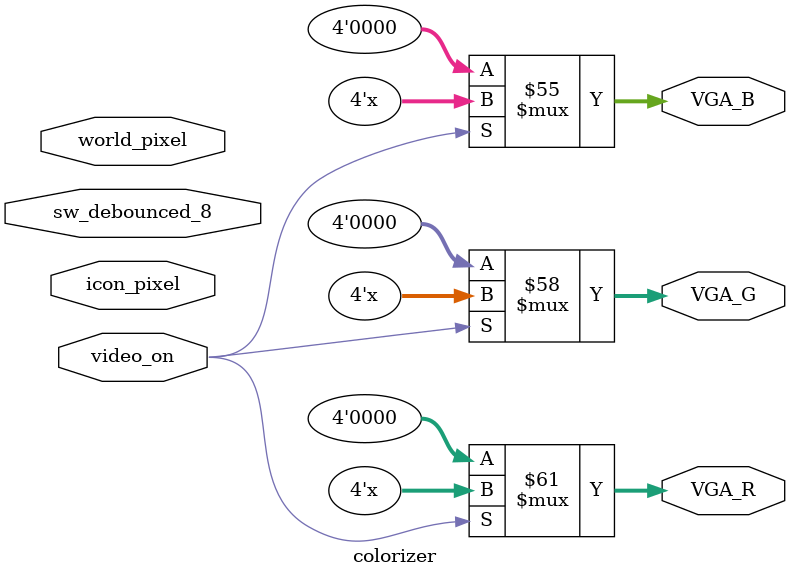
<source format=sv>
`timescale 1ns / 1ps


module colorizer(
    input [1:0] world_pixel,
    input [1:0] icon_pixel,
    input video_on,
    input sw_debounced_8,
    
    output reg [3:0] VGA_R,
    output reg [3:0] VGA_G,
    output reg [3:0] VGA_B
    );
    
    reg [3:0] VGA_R_d;
    reg [3:0] VGA_G_d;
    reg [3:0] VGA_B_d;
    
    always_comb
    begin
        VGA_R <= VGA_R_d;
        VGA_G <= VGA_G_d;
        VGA_B <= VGA_B_d;    
    // turn off the video if out of range
        if(video_on == 0)
        begin
            VGA_R[3:0] <= 4'b0000;
            VGA_G[3:0] <= 4'b0000;
            VGA_B[3:0] <= 4'b0000;
        end
        else
        if(icon_pixel == 2'b00)
        begin
        // draw out the pixels for the world map
            case(world_pixel)
            // for the background - all white
                2'b00:
                begin
                    VGA_R_d[3:0] <= 4'b1111;
                    VGA_G_d[3:0] <= 4'b1111;
                    VGA_B_d[3:0] <= 4'b1111;
                end
                2'b01:
            // for the black  line - all black
                begin
                    VGA_R_d[3:0] <= 4'b0000;
                    VGA_G_d[3:0] <= 4'b0000;
                    VGA_B_d[3:0] <= 4'b0000;
                end
            // for the obstruction(wall) - all red
                2'b10:
                begin
                    VGA_R_d[3:0] <= 4'b1111;
                    VGA_G_d[3:0] <= 4'b0000;
                    VGA_B_d[3:0] <= 4'b0000;
                end
                2'b11:
                begin
                    VGA_R_d[3:0] <= 4'b0000;
                    VGA_G_d[3:0] <= 4'b1111;
                    VGA_B_d[3:0] <= 4'b0000;
                end 
                default:
                begin
                    VGA_R_d[3:0] <= 4'b1111;
                    VGA_G_d[3:0] <= 4'b1111;
                    VGA_B_d[3:0] <= 4'b1111;
                end
            endcase  
        end  
        else
        begin
        if(icon_pixel == 2'b11) // green rojobot
        begin
            VGA_R_d[3:0] <= 4'b0000;
            VGA_G_d[3:0] <= 4'b1111;
            VGA_B_d[3:0] <= 4'b0000;        
        end
        else
        if(icon_pixel == 2'b10) // blue/purple direction
        begin
            VGA_R_d[3:0] <= 4'b0010;
            VGA_G_d[3:0] <= 4'b0000;
            VGA_B_d[3:0] <= 4'b1111;        
        end  
        end      
    end
endmodule

</source>
